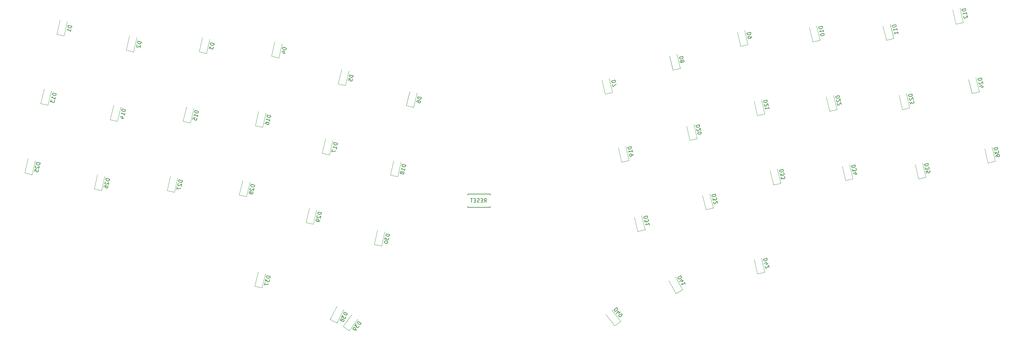
<source format=gbr>
%TF.GenerationSoftware,KiCad,Pcbnew,(6.0.8)*%
%TF.CreationDate,2023-05-09T18:28:35-05:00*%
%TF.ProjectId,Butterfly,42757474-6572-4666-9c79-2e6b69636164,1.0.0*%
%TF.SameCoordinates,Original*%
%TF.FileFunction,Legend,Bot*%
%TF.FilePolarity,Positive*%
%FSLAX46Y46*%
G04 Gerber Fmt 4.6, Leading zero omitted, Abs format (unit mm)*
G04 Created by KiCad (PCBNEW (6.0.8)) date 2023-05-09 18:28:35*
%MOMM*%
%LPD*%
G01*
G04 APERTURE LIST*
%ADD10C,0.150000*%
%ADD11C,0.120000*%
G04 APERTURE END LIST*
D10*
%TO.C,SW1*%
X182369958Y-110123404D02*
X182703292Y-109647214D01*
X182941387Y-110123404D02*
X182941387Y-109123404D01*
X182560435Y-109123404D01*
X182465197Y-109171024D01*
X182417578Y-109218643D01*
X182369958Y-109313881D01*
X182369958Y-109456738D01*
X182417578Y-109551976D01*
X182465197Y-109599595D01*
X182560435Y-109647214D01*
X182941387Y-109647214D01*
X181941387Y-109599595D02*
X181608054Y-109599595D01*
X181465197Y-110123404D02*
X181941387Y-110123404D01*
X181941387Y-109123404D01*
X181465197Y-109123404D01*
X181084244Y-110075785D02*
X180941387Y-110123404D01*
X180703292Y-110123404D01*
X180608054Y-110075785D01*
X180560435Y-110028166D01*
X180512816Y-109932928D01*
X180512816Y-109837690D01*
X180560435Y-109742452D01*
X180608054Y-109694833D01*
X180703292Y-109647214D01*
X180893768Y-109599595D01*
X180989006Y-109551976D01*
X181036625Y-109504357D01*
X181084244Y-109409119D01*
X181084244Y-109313881D01*
X181036625Y-109218643D01*
X180989006Y-109171024D01*
X180893768Y-109123404D01*
X180655673Y-109123404D01*
X180512816Y-109171024D01*
X180084244Y-109599595D02*
X179750911Y-109599595D01*
X179608054Y-110123404D02*
X180084244Y-110123404D01*
X180084244Y-109123404D01*
X179608054Y-109123404D01*
X179322339Y-109123404D02*
X178750911Y-109123404D01*
X179036625Y-110123404D02*
X179036625Y-109123404D01*
%TO.C,D4*%
X129600398Y-68884375D02*
X128626028Y-68659424D01*
X128572468Y-68891417D01*
X128586731Y-69041325D01*
X128658104Y-69155546D01*
X128740190Y-69223368D01*
X128915072Y-69312615D01*
X129054268Y-69344750D01*
X129250574Y-69341200D01*
X129354083Y-69316225D01*
X129468304Y-69244852D01*
X129546838Y-69116368D01*
X129600398Y-68884375D01*
X128629460Y-70126365D02*
X129279040Y-70276332D01*
X128311831Y-69808677D02*
X129061369Y-69737363D01*
X128922114Y-70340544D01*
%TO.C,D32*%
X244158669Y-107925046D02*
X243184299Y-108149997D01*
X243237859Y-108381990D01*
X243316393Y-108510474D01*
X243430614Y-108581847D01*
X243534123Y-108606822D01*
X243730430Y-108610373D01*
X243869625Y-108578237D01*
X244044508Y-108488990D01*
X244126593Y-108421168D01*
X244197966Y-108306947D01*
X244212229Y-108157039D01*
X244158669Y-107925046D01*
X243387826Y-109031570D02*
X243527082Y-109634752D01*
X243823287Y-109224266D01*
X243855422Y-109363462D01*
X243923245Y-109445547D01*
X243980355Y-109481234D01*
X244083864Y-109506208D01*
X244315857Y-109452648D01*
X244397943Y-109384826D01*
X244433629Y-109327715D01*
X244458604Y-109224206D01*
X244394332Y-108945815D01*
X244326510Y-108863730D01*
X244269399Y-108828043D01*
X243705574Y-109984516D02*
X243669888Y-110041627D01*
X243644913Y-110145136D01*
X243698473Y-110377129D01*
X243766295Y-110459214D01*
X243823406Y-110494901D01*
X243926915Y-110519875D01*
X244019712Y-110498451D01*
X244148196Y-110419917D01*
X244576435Y-109734591D01*
X244715691Y-110337772D01*
%TO.C,D21*%
X257899436Y-82757760D02*
X256925066Y-82982711D01*
X256978626Y-83214704D01*
X257057160Y-83343188D01*
X257171381Y-83414561D01*
X257274890Y-83439536D01*
X257471197Y-83443087D01*
X257610392Y-83410951D01*
X257785275Y-83321704D01*
X257867360Y-83253882D01*
X257938733Y-83139661D01*
X257952996Y-82989753D01*
X257899436Y-82757760D01*
X257232102Y-83889259D02*
X257196416Y-83946369D01*
X257171441Y-84049879D01*
X257225001Y-84281871D01*
X257292823Y-84363957D01*
X257349934Y-84399643D01*
X257453443Y-84424618D01*
X257546240Y-84403194D01*
X257674724Y-84324660D01*
X258102963Y-83639333D01*
X258242219Y-84242515D01*
X258456458Y-85170486D02*
X258327914Y-84613703D01*
X258392186Y-84892095D02*
X257417816Y-85117046D01*
X257535588Y-84992113D01*
X257606961Y-84877892D01*
X257631936Y-84774383D01*
%TO.C,D19*%
X221668711Y-95195426D02*
X220694341Y-95420377D01*
X220747901Y-95652370D01*
X220826435Y-95780854D01*
X220940656Y-95852227D01*
X221044165Y-95877202D01*
X221240472Y-95880753D01*
X221379667Y-95848617D01*
X221554550Y-95759370D01*
X221636635Y-95691548D01*
X221708008Y-95577327D01*
X221722271Y-95427419D01*
X221668711Y-95195426D01*
X222011494Y-96680181D02*
X221882950Y-96123398D01*
X221947222Y-96401789D02*
X220972852Y-96626740D01*
X221090624Y-96501807D01*
X221161997Y-96387586D01*
X221186972Y-96284077D01*
X222118613Y-97144166D02*
X222161461Y-97329761D01*
X222136486Y-97433270D01*
X222100800Y-97490380D01*
X221983028Y-97615313D01*
X221808146Y-97704560D01*
X221436957Y-97790255D01*
X221333448Y-97765281D01*
X221276337Y-97729594D01*
X221208515Y-97647509D01*
X221165667Y-97461915D01*
X221190642Y-97358406D01*
X221226328Y-97301295D01*
X221308414Y-97233472D01*
X221540406Y-97179913D01*
X221643916Y-97204887D01*
X221701026Y-97240574D01*
X221768849Y-97322659D01*
X221811696Y-97508253D01*
X221786722Y-97611763D01*
X221751035Y-97668873D01*
X221668950Y-97736696D01*
%TO.C,D11*%
X292344612Y-62586031D02*
X291370242Y-62810982D01*
X291423802Y-63042975D01*
X291502336Y-63171459D01*
X291616557Y-63242832D01*
X291720066Y-63267807D01*
X291916373Y-63271358D01*
X292055568Y-63239222D01*
X292230451Y-63149975D01*
X292312536Y-63082153D01*
X292383909Y-62967932D01*
X292398172Y-62818024D01*
X292344612Y-62586031D01*
X292687395Y-64070786D02*
X292558851Y-63514003D01*
X292623123Y-63792394D02*
X291648753Y-64017345D01*
X291766525Y-63892412D01*
X291837898Y-63778191D01*
X291862873Y-63674682D01*
X292901634Y-64998757D02*
X292773090Y-64441974D01*
X292837362Y-64720366D02*
X291862992Y-64945317D01*
X291980764Y-64820384D01*
X292052137Y-64706163D01*
X292077112Y-64602654D01*
%TO.C,D7*%
X217376318Y-77449878D02*
X216401948Y-77674829D01*
X216455507Y-77906822D01*
X216534042Y-78035306D01*
X216648263Y-78106679D01*
X216751772Y-78131654D01*
X216948078Y-78135204D01*
X217087274Y-78103069D01*
X217262156Y-78013822D01*
X217344241Y-77946000D01*
X217415615Y-77831779D01*
X217429877Y-77681871D01*
X217376318Y-77449878D01*
X216605475Y-78556402D02*
X216755442Y-79205982D01*
X217633405Y-78563444D01*
%TO.C,D30*%
X157189053Y-118754962D02*
X156214683Y-118530011D01*
X156161123Y-118762004D01*
X156175386Y-118911912D01*
X156246759Y-119026133D01*
X156328844Y-119093955D01*
X156503726Y-119183202D01*
X156642922Y-119215338D01*
X156839228Y-119211787D01*
X156942738Y-119186812D01*
X157056959Y-119115439D01*
X157135493Y-118986955D01*
X157189053Y-118754962D01*
X156011156Y-119411584D02*
X155871900Y-120014766D01*
X156318072Y-119775671D01*
X156285937Y-119914867D01*
X156310911Y-120018376D01*
X156346598Y-120075487D01*
X156428683Y-120143309D01*
X156660676Y-120196869D01*
X156764185Y-120171894D01*
X156821296Y-120136208D01*
X156889118Y-120054123D01*
X156953390Y-119775731D01*
X156928415Y-119672222D01*
X156892729Y-119615111D01*
X155732645Y-120617947D02*
X155711221Y-120710744D01*
X155736196Y-120814253D01*
X155771882Y-120871364D01*
X155853967Y-120939186D01*
X156028850Y-121028433D01*
X156260843Y-121081993D01*
X156457149Y-121078442D01*
X156560658Y-121053467D01*
X156617768Y-121017781D01*
X156685591Y-120935695D01*
X156707015Y-120842898D01*
X156682040Y-120739389D01*
X156646354Y-120682279D01*
X156564268Y-120614456D01*
X156389386Y-120525210D01*
X156157393Y-120471650D01*
X155961087Y-120475201D01*
X155857578Y-120500175D01*
X155800467Y-120535862D01*
X155732645Y-120617947D01*
%TO.C,D23*%
X296629930Y-81147781D02*
X295655560Y-81372732D01*
X295709120Y-81604725D01*
X295787654Y-81733209D01*
X295901875Y-81804582D01*
X296005384Y-81829557D01*
X296201691Y-81833108D01*
X296340886Y-81800972D01*
X296515769Y-81711725D01*
X296597854Y-81643903D01*
X296669227Y-81529682D01*
X296683490Y-81379774D01*
X296629930Y-81147781D01*
X295962596Y-82279280D02*
X295926910Y-82336390D01*
X295901935Y-82439900D01*
X295955495Y-82671892D01*
X296023317Y-82753978D01*
X296080428Y-82789664D01*
X296183937Y-82814639D01*
X296276734Y-82793215D01*
X296405218Y-82714681D01*
X296833457Y-82029354D01*
X296972713Y-82632536D01*
X296073326Y-83182277D02*
X296212582Y-83785458D01*
X296508787Y-83374973D01*
X296540922Y-83514168D01*
X296608745Y-83596253D01*
X296665855Y-83631940D01*
X296769365Y-83656915D01*
X297001357Y-83603355D01*
X297083443Y-83535532D01*
X297119129Y-83478422D01*
X297144104Y-83374913D01*
X297079832Y-83096521D01*
X297012010Y-83014436D01*
X296954899Y-82978750D01*
%TO.C,D5*%
X147447927Y-76263318D02*
X146473557Y-76038367D01*
X146419997Y-76270360D01*
X146434260Y-76420268D01*
X146505633Y-76534489D01*
X146587719Y-76602311D01*
X146762601Y-76691558D01*
X146901797Y-76723693D01*
X147098103Y-76720143D01*
X147201612Y-76695168D01*
X147315833Y-76623795D01*
X147394367Y-76495311D01*
X147447927Y-76263318D01*
X146141487Y-77476723D02*
X146248606Y-77012737D01*
X146723304Y-77073458D01*
X146666193Y-77109145D01*
X146598371Y-77191230D01*
X146544811Y-77423223D01*
X146569786Y-77526732D01*
X146605472Y-77583842D01*
X146687558Y-77651665D01*
X146919550Y-77705225D01*
X147023060Y-77680250D01*
X147080170Y-77644563D01*
X147147993Y-77562478D01*
X147201552Y-77330485D01*
X147176578Y-77226976D01*
X147140891Y-77169866D01*
%TO.C,D24*%
X315191679Y-76862463D02*
X314217309Y-77087414D01*
X314270869Y-77319407D01*
X314349403Y-77447891D01*
X314463624Y-77519264D01*
X314567133Y-77544239D01*
X314763440Y-77547790D01*
X314902635Y-77515654D01*
X315077518Y-77426407D01*
X315159603Y-77358585D01*
X315230976Y-77244364D01*
X315245239Y-77094456D01*
X315191679Y-76862463D01*
X314524345Y-77993962D02*
X314488659Y-78051072D01*
X314463684Y-78154582D01*
X314517244Y-78386574D01*
X314585066Y-78468660D01*
X314642177Y-78504346D01*
X314745686Y-78529321D01*
X314838483Y-78507897D01*
X314966967Y-78429363D01*
X315395206Y-77744036D01*
X315534462Y-78347218D01*
X315077697Y-79332359D02*
X315727277Y-79182392D01*
X314652948Y-79186062D02*
X315295367Y-78793390D01*
X315434623Y-79396571D01*
%TO.C,D36*%
X319476997Y-95424213D02*
X318502627Y-95649164D01*
X318556187Y-95881157D01*
X318634721Y-96009641D01*
X318748942Y-96081014D01*
X318852451Y-96105989D01*
X319048758Y-96109540D01*
X319187953Y-96077404D01*
X319362836Y-95988157D01*
X319444921Y-95920335D01*
X319516294Y-95806114D01*
X319530557Y-95656206D01*
X319476997Y-95424213D01*
X318706154Y-96530737D02*
X318845410Y-97133919D01*
X319141615Y-96723433D01*
X319173750Y-96862629D01*
X319241573Y-96944714D01*
X319298683Y-96980401D01*
X319402192Y-97005375D01*
X319634185Y-96951815D01*
X319716271Y-96883993D01*
X319751957Y-96826882D01*
X319776932Y-96723373D01*
X319712660Y-96444982D01*
X319644838Y-96362897D01*
X319587727Y-96327210D01*
X319038225Y-97969093D02*
X318995377Y-97783499D01*
X319020352Y-97679990D01*
X319056038Y-97622879D01*
X319173810Y-97497946D01*
X319348692Y-97408700D01*
X319719881Y-97323004D01*
X319823390Y-97347979D01*
X319880501Y-97383665D01*
X319948323Y-97465751D01*
X319991171Y-97651345D01*
X319966196Y-97754854D01*
X319930510Y-97811964D01*
X319848424Y-97879787D01*
X319616432Y-97933347D01*
X319512922Y-97908372D01*
X319455812Y-97872685D01*
X319387989Y-97790600D01*
X319345142Y-97605006D01*
X319370116Y-97501497D01*
X319405803Y-97444386D01*
X319487888Y-97376564D01*
%TO.C,D40*%
X217826164Y-138310957D02*
X217038153Y-138926618D01*
X217184739Y-139114240D01*
X217310215Y-139197496D01*
X217443898Y-139213910D01*
X217548264Y-139192800D01*
X217727678Y-139113055D01*
X217840251Y-139025104D01*
X217961031Y-138870310D01*
X218006763Y-138774152D01*
X218023177Y-138640469D01*
X217972750Y-138498578D01*
X217826164Y-138310957D01*
X218180340Y-139847127D02*
X218705680Y-139436686D01*
X217733559Y-139894044D02*
X218149838Y-139266664D01*
X218530961Y-139754480D01*
X218357427Y-140615213D02*
X218416062Y-140690261D01*
X218512221Y-140735993D01*
X218579062Y-140744200D01*
X218683428Y-140723090D01*
X218862843Y-140643345D01*
X219050464Y-140496759D01*
X219171244Y-140341966D01*
X219216976Y-140245807D01*
X219225183Y-140178966D01*
X219204073Y-140074600D01*
X219145438Y-139999551D01*
X219049279Y-139953820D01*
X218982438Y-139945613D01*
X218878072Y-139966723D01*
X218698658Y-140046467D01*
X218511036Y-140193053D01*
X218390256Y-140347847D01*
X218344524Y-140444005D01*
X218336317Y-140510847D01*
X218357427Y-140615213D01*
%TO.C,D38*%
X145918857Y-139901816D02*
X145027851Y-139447825D01*
X144919758Y-139659970D01*
X144897331Y-139808875D01*
X144938951Y-139936970D01*
X145002190Y-140022636D01*
X145150287Y-140151539D01*
X145277574Y-140216395D01*
X145468908Y-140260440D01*
X145575384Y-140261249D01*
X145703479Y-140219628D01*
X145810764Y-140113960D01*
X145918857Y-139901816D01*
X144617097Y-140253974D02*
X144336055Y-140805549D01*
X144826817Y-140681496D01*
X144761961Y-140808783D01*
X144761153Y-140915259D01*
X144781963Y-140979306D01*
X144845202Y-141064973D01*
X145057346Y-141173066D01*
X145163823Y-141173874D01*
X145227870Y-141153064D01*
X145313536Y-141089824D01*
X145443248Y-140835251D01*
X145444056Y-140728775D01*
X145423246Y-140664727D01*
X144458492Y-141509263D02*
X144459301Y-141402787D01*
X144438490Y-141338739D01*
X144375251Y-141253073D01*
X144332822Y-141231455D01*
X144226346Y-141230647D01*
X144162298Y-141251457D01*
X144076632Y-141314696D01*
X143990158Y-141484412D01*
X143989350Y-141590888D01*
X144010160Y-141654935D01*
X144073399Y-141740601D01*
X144115828Y-141762220D01*
X144222304Y-141763028D01*
X144286352Y-141742218D01*
X144372018Y-141678979D01*
X144458492Y-141509263D01*
X144544158Y-141446024D01*
X144608206Y-141425214D01*
X144714682Y-141426022D01*
X144884398Y-141512497D01*
X144947637Y-141598163D01*
X144968447Y-141662210D01*
X144967639Y-141768686D01*
X144881164Y-141938402D01*
X144795498Y-142001641D01*
X144731451Y-142022451D01*
X144624975Y-142021643D01*
X144455259Y-141935169D01*
X144392020Y-141849503D01*
X144371210Y-141785455D01*
X144372018Y-141678979D01*
%TO.C,D12*%
X310906362Y-58300714D02*
X309931992Y-58525665D01*
X309985552Y-58757658D01*
X310064086Y-58886142D01*
X310178307Y-58957515D01*
X310281816Y-58982490D01*
X310478123Y-58986041D01*
X310617318Y-58953905D01*
X310792201Y-58864658D01*
X310874286Y-58796836D01*
X310945659Y-58682615D01*
X310959922Y-58532707D01*
X310906362Y-58300714D01*
X311249145Y-59785469D02*
X311120601Y-59228686D01*
X311184873Y-59507077D02*
X310210503Y-59732028D01*
X310328275Y-59607095D01*
X310399648Y-59492874D01*
X310424623Y-59389365D01*
X310453267Y-60360184D02*
X310417581Y-60417295D01*
X310392606Y-60520804D01*
X310446166Y-60752797D01*
X310513988Y-60834882D01*
X310571099Y-60870569D01*
X310674608Y-60895543D01*
X310767405Y-60874119D01*
X310895889Y-60795585D01*
X311324128Y-60110259D01*
X311463384Y-60713440D01*
%TO.C,D27*%
X101860914Y-104352196D02*
X100886544Y-104127245D01*
X100832984Y-104359238D01*
X100847247Y-104509146D01*
X100918620Y-104623367D01*
X101000705Y-104691189D01*
X101175587Y-104780436D01*
X101314783Y-104812572D01*
X101511089Y-104809021D01*
X101614599Y-104784046D01*
X101728820Y-104712673D01*
X101807354Y-104584189D01*
X101860914Y-104352196D01*
X100765102Y-105076641D02*
X100707991Y-105112327D01*
X100640169Y-105194413D01*
X100586609Y-105426405D01*
X100611584Y-105529915D01*
X100647270Y-105587025D01*
X100729355Y-105654848D01*
X100822153Y-105676271D01*
X100972060Y-105662009D01*
X101657387Y-105233769D01*
X101518131Y-105836951D01*
X100468778Y-105936790D02*
X100318810Y-106586370D01*
X101389588Y-106393734D01*
%TO.C,D16*%
X125422200Y-86982138D02*
X124447830Y-86757187D01*
X124394270Y-86989180D01*
X124408533Y-87139088D01*
X124479906Y-87253309D01*
X124561991Y-87321131D01*
X124736873Y-87410378D01*
X124876069Y-87442514D01*
X125072375Y-87438963D01*
X125175885Y-87413988D01*
X125290106Y-87342615D01*
X125368640Y-87214131D01*
X125422200Y-86982138D01*
X125079417Y-88466893D02*
X125207961Y-87910110D01*
X125143689Y-88188501D02*
X124169319Y-87963550D01*
X124329939Y-87902889D01*
X124444160Y-87831516D01*
X124511982Y-87749431D01*
X123912232Y-89077116D02*
X123955080Y-88891522D01*
X124022902Y-88809437D01*
X124080013Y-88773750D01*
X124240632Y-88713089D01*
X124436939Y-88709538D01*
X124808127Y-88795234D01*
X124890213Y-88863056D01*
X124925899Y-88920167D01*
X124950874Y-89023676D01*
X124908026Y-89209270D01*
X124840203Y-89291355D01*
X124783093Y-89327042D01*
X124679584Y-89352016D01*
X124447591Y-89298457D01*
X124365506Y-89230634D01*
X124329819Y-89173524D01*
X124304845Y-89070015D01*
X124347692Y-88884420D01*
X124415515Y-88802335D01*
X124472625Y-88766648D01*
X124576134Y-88741674D01*
%TO.C,D29*%
X138984413Y-112922830D02*
X138010043Y-112697879D01*
X137956483Y-112929872D01*
X137970746Y-113079780D01*
X138042119Y-113194001D01*
X138124204Y-113261823D01*
X138299086Y-113351070D01*
X138438282Y-113383206D01*
X138634588Y-113379655D01*
X138738098Y-113354680D01*
X138852319Y-113283307D01*
X138930853Y-113154823D01*
X138984413Y-112922830D01*
X137888601Y-113647275D02*
X137831490Y-113682961D01*
X137763668Y-113765047D01*
X137710108Y-113997039D01*
X137735083Y-114100549D01*
X137770769Y-114157659D01*
X137852854Y-114225482D01*
X137945652Y-114246905D01*
X138095559Y-114232643D01*
X138780886Y-113804403D01*
X138641630Y-114407585D01*
X138534511Y-114871571D02*
X138491663Y-115057165D01*
X138423840Y-115139250D01*
X138366730Y-115174937D01*
X138206110Y-115235598D01*
X138009804Y-115239149D01*
X137638615Y-115153453D01*
X137556530Y-115085631D01*
X137520844Y-115028520D01*
X137495869Y-114925011D01*
X137538717Y-114739417D01*
X137606539Y-114657331D01*
X137663650Y-114621645D01*
X137767159Y-114596670D01*
X137999152Y-114650230D01*
X138081237Y-114718052D01*
X138116924Y-114775163D01*
X138141898Y-114878672D01*
X138099050Y-115064266D01*
X138031228Y-115146352D01*
X137974117Y-115182038D01*
X137870608Y-115207013D01*
%TO.C,D37*%
X125281844Y-129932634D02*
X124307474Y-129707683D01*
X124253914Y-129939676D01*
X124268177Y-130089584D01*
X124339550Y-130203805D01*
X124421635Y-130271627D01*
X124596517Y-130360874D01*
X124735713Y-130393010D01*
X124932019Y-130389459D01*
X125035529Y-130364484D01*
X125149750Y-130293111D01*
X125228284Y-130164627D01*
X125281844Y-129932634D01*
X124103947Y-130589256D02*
X123964691Y-131192438D01*
X124410863Y-130953343D01*
X124378728Y-131092539D01*
X124403702Y-131196048D01*
X124439389Y-131253159D01*
X124521474Y-131320981D01*
X124753467Y-131374541D01*
X124856976Y-131349566D01*
X124914087Y-131313880D01*
X124981909Y-131231795D01*
X125046181Y-130953403D01*
X125021206Y-130849894D01*
X124985520Y-130792783D01*
X123889708Y-131517228D02*
X123739740Y-132166808D01*
X124810518Y-131974172D01*
%TO.C,D22*%
X277175405Y-81566067D02*
X276201035Y-81791018D01*
X276254595Y-82023011D01*
X276333129Y-82151495D01*
X276447350Y-82222868D01*
X276550859Y-82247843D01*
X276747166Y-82251394D01*
X276886361Y-82219258D01*
X277061244Y-82130011D01*
X277143329Y-82062189D01*
X277214702Y-81947968D01*
X277228965Y-81798060D01*
X277175405Y-81566067D01*
X276508071Y-82697566D02*
X276472385Y-82754676D01*
X276447410Y-82858186D01*
X276500970Y-83090178D01*
X276568792Y-83172264D01*
X276625903Y-83207950D01*
X276729412Y-83232925D01*
X276822209Y-83211501D01*
X276950693Y-83132967D01*
X277378932Y-82447640D01*
X277518188Y-83050822D01*
X276722310Y-83625537D02*
X276686624Y-83682648D01*
X276661649Y-83786157D01*
X276715209Y-84018150D01*
X276783031Y-84100235D01*
X276840142Y-84135922D01*
X276943651Y-84160896D01*
X277036448Y-84139472D01*
X277164932Y-84060938D01*
X277593171Y-83375612D01*
X277732427Y-83978793D01*
%TO.C,D8*%
X235452398Y-71060896D02*
X234478028Y-71285847D01*
X234531587Y-71517840D01*
X234610122Y-71646324D01*
X234724343Y-71717697D01*
X234827852Y-71742672D01*
X235024158Y-71746222D01*
X235163354Y-71714087D01*
X235338236Y-71624840D01*
X235420321Y-71557018D01*
X235491695Y-71442797D01*
X235505957Y-71292889D01*
X235452398Y-71060896D01*
X235152702Y-72303005D02*
X235084879Y-72220920D01*
X235027769Y-72185233D01*
X234924260Y-72160259D01*
X234877861Y-72170971D01*
X234795776Y-72238793D01*
X234760089Y-72295904D01*
X234735115Y-72399413D01*
X234777962Y-72585007D01*
X234845785Y-72667092D01*
X234902895Y-72702779D01*
X235006404Y-72727754D01*
X235052803Y-72717042D01*
X235134888Y-72649219D01*
X235170575Y-72592109D01*
X235195550Y-72488600D01*
X235152702Y-72303005D01*
X235177676Y-72199496D01*
X235213363Y-72142386D01*
X235295448Y-72074563D01*
X235481042Y-72031715D01*
X235584552Y-72056690D01*
X235641662Y-72092377D01*
X235709485Y-72174462D01*
X235752332Y-72360056D01*
X235727358Y-72463565D01*
X235691671Y-72520676D01*
X235609586Y-72588498D01*
X235423992Y-72631346D01*
X235320483Y-72606371D01*
X235263372Y-72570685D01*
X235195550Y-72488600D01*
%TO.C,D41*%
X234914466Y-129779489D02*
X234039847Y-130264298D01*
X234155278Y-130472541D01*
X234266185Y-130574401D01*
X234395654Y-130611525D01*
X234502037Y-130607002D01*
X234691718Y-130556305D01*
X234816663Y-130487047D01*
X234960172Y-130353054D01*
X235020382Y-130265233D01*
X235057507Y-130135763D01*
X235029897Y-129987731D01*
X234914466Y-129779489D01*
X235023972Y-131352152D02*
X235607052Y-131028945D01*
X234575352Y-131328598D02*
X235084650Y-130774063D01*
X235384770Y-131315494D01*
X236114947Y-131945214D02*
X235837913Y-131445431D01*
X235976430Y-131695322D02*
X235101811Y-132180132D01*
X235180584Y-132027576D01*
X235217709Y-131898107D01*
X235213185Y-131791724D01*
%TO.C,D6*%
X165652568Y-82095448D02*
X164678198Y-81870497D01*
X164624638Y-82102490D01*
X164638901Y-82252398D01*
X164710274Y-82366619D01*
X164792360Y-82434441D01*
X164967242Y-82523688D01*
X165106438Y-82555823D01*
X165302744Y-82552273D01*
X165406253Y-82527298D01*
X165520474Y-82455925D01*
X165599008Y-82327441D01*
X165652568Y-82095448D01*
X164356840Y-83262454D02*
X164399687Y-83076860D01*
X164467510Y-82994775D01*
X164524620Y-82959088D01*
X164685240Y-82898427D01*
X164881546Y-82894876D01*
X165252735Y-82980572D01*
X165334820Y-83048394D01*
X165370507Y-83105505D01*
X165395481Y-83209014D01*
X165352634Y-83394608D01*
X165284811Y-83476693D01*
X165227701Y-83512380D01*
X165124191Y-83537355D01*
X164892199Y-83483795D01*
X164810113Y-83415972D01*
X164774427Y-83358862D01*
X164749452Y-83255353D01*
X164792300Y-83069759D01*
X164860122Y-82987673D01*
X164917233Y-82951987D01*
X165020742Y-82927012D01*
%TO.C,D34*%
X281460723Y-100127817D02*
X280486353Y-100352768D01*
X280539913Y-100584761D01*
X280618447Y-100713245D01*
X280732668Y-100784618D01*
X280836177Y-100809593D01*
X281032484Y-100813144D01*
X281171679Y-100781008D01*
X281346562Y-100691761D01*
X281428647Y-100623939D01*
X281500020Y-100509718D01*
X281514283Y-100359810D01*
X281460723Y-100127817D01*
X280689880Y-101234341D02*
X280829136Y-101837523D01*
X281125341Y-101427037D01*
X281157476Y-101566233D01*
X281225299Y-101648318D01*
X281282409Y-101684005D01*
X281385918Y-101708979D01*
X281617911Y-101655419D01*
X281699997Y-101587597D01*
X281735683Y-101530486D01*
X281760658Y-101426977D01*
X281696386Y-101148586D01*
X281628564Y-101066501D01*
X281571453Y-101030814D01*
X281346741Y-102597713D02*
X281996321Y-102447746D01*
X280921992Y-102451416D02*
X281564411Y-102058744D01*
X281703667Y-102661925D01*
%TO.C,D3*%
X110324429Y-67692683D02*
X109350059Y-67467732D01*
X109296499Y-67699725D01*
X109310762Y-67849633D01*
X109382135Y-67963854D01*
X109464221Y-68031676D01*
X109639103Y-68120923D01*
X109778299Y-68153058D01*
X109974605Y-68149508D01*
X110078114Y-68124533D01*
X110192335Y-68053160D01*
X110270869Y-67924676D01*
X110324429Y-67692683D01*
X109146532Y-68349305D02*
X109007277Y-68952486D01*
X109453449Y-68713392D01*
X109421313Y-68852588D01*
X109446288Y-68956097D01*
X109481974Y-69013207D01*
X109564060Y-69081030D01*
X109796052Y-69134590D01*
X109899562Y-69109615D01*
X109956672Y-69073928D01*
X110024495Y-68991843D01*
X110088766Y-68713452D01*
X110063792Y-68609943D01*
X110028105Y-68552832D01*
%TO.C,D35*%
X300915247Y-99709531D02*
X299940877Y-99934482D01*
X299994437Y-100166475D01*
X300072971Y-100294959D01*
X300187192Y-100366332D01*
X300290701Y-100391307D01*
X300487008Y-100394858D01*
X300626203Y-100362722D01*
X300801086Y-100273475D01*
X300883171Y-100205653D01*
X300954544Y-100091432D01*
X300968807Y-99941524D01*
X300915247Y-99709531D01*
X300144404Y-100816055D02*
X300283660Y-101419237D01*
X300579865Y-101008751D01*
X300612000Y-101147947D01*
X300679823Y-101230032D01*
X300736933Y-101265719D01*
X300840442Y-101290693D01*
X301072435Y-101237133D01*
X301154521Y-101169311D01*
X301190207Y-101112200D01*
X301215182Y-101008691D01*
X301150910Y-100730300D01*
X301083088Y-100648215D01*
X301025977Y-100612528D01*
X300487187Y-102300810D02*
X300380067Y-101836824D01*
X300833341Y-101683306D01*
X300797654Y-101740416D01*
X300772680Y-101843925D01*
X300826239Y-102075918D01*
X300894062Y-102158003D01*
X300951172Y-102193690D01*
X301054682Y-102218665D01*
X301286674Y-102165105D01*
X301368760Y-102097282D01*
X301404446Y-102040172D01*
X301429421Y-101936663D01*
X301375861Y-101704670D01*
X301308039Y-101622585D01*
X301250928Y-101586898D01*
%TO.C,D42*%
X257903416Y-125117543D02*
X256929046Y-125342494D01*
X256982606Y-125574487D01*
X257061140Y-125702971D01*
X257175361Y-125774344D01*
X257278870Y-125799319D01*
X257475177Y-125802870D01*
X257614372Y-125770734D01*
X257789255Y-125681487D01*
X257871340Y-125613665D01*
X257942713Y-125499444D01*
X257956976Y-125349536D01*
X257903416Y-125117543D01*
X257575195Y-126659468D02*
X258224775Y-126509501D01*
X257150446Y-126513171D02*
X257792865Y-126120498D01*
X257932121Y-126723680D01*
X257450321Y-127177013D02*
X257414635Y-127234124D01*
X257389660Y-127337633D01*
X257443220Y-127569626D01*
X257511042Y-127651711D01*
X257568153Y-127687398D01*
X257671662Y-127712372D01*
X257764459Y-127690948D01*
X257892943Y-127612414D01*
X258321182Y-126927088D01*
X258460438Y-127530269D01*
%TO.C,D18*%
X161474370Y-100193212D02*
X160500000Y-99968261D01*
X160446440Y-100200254D01*
X160460703Y-100350162D01*
X160532076Y-100464383D01*
X160614161Y-100532205D01*
X160789043Y-100621452D01*
X160928239Y-100653588D01*
X161124545Y-100650037D01*
X161228055Y-100625062D01*
X161342276Y-100553689D01*
X161420810Y-100425205D01*
X161474370Y-100193212D01*
X161131587Y-101677967D02*
X161260131Y-101121184D01*
X161195859Y-101399575D02*
X160221489Y-101174624D01*
X160382109Y-101113963D01*
X160496330Y-101042590D01*
X160564152Y-100960505D01*
X160446261Y-102106206D02*
X160421286Y-102002697D01*
X160385600Y-101945587D01*
X160303514Y-101877764D01*
X160257116Y-101867052D01*
X160153607Y-101892027D01*
X160096496Y-101927713D01*
X160028674Y-102009799D01*
X159985826Y-102195393D01*
X160010801Y-102298902D01*
X160046487Y-102356013D01*
X160128572Y-102423835D01*
X160174971Y-102434547D01*
X160278480Y-102409572D01*
X160335591Y-102373886D01*
X160403413Y-102291801D01*
X160446261Y-102106206D01*
X160514083Y-102024121D01*
X160571194Y-101988434D01*
X160674703Y-101963460D01*
X160860297Y-102006308D01*
X160942383Y-102074130D01*
X160978069Y-102131241D01*
X161003044Y-102234750D01*
X160960196Y-102420344D01*
X160892373Y-102502429D01*
X160835263Y-102538116D01*
X160731754Y-102563090D01*
X160546160Y-102520243D01*
X160464074Y-102452420D01*
X160428388Y-102395310D01*
X160403413Y-102291801D01*
%TO.C,D13*%
X68129956Y-81086842D02*
X67155586Y-80861891D01*
X67102026Y-81093884D01*
X67116289Y-81243792D01*
X67187662Y-81358013D01*
X67269747Y-81425835D01*
X67444629Y-81515082D01*
X67583825Y-81547218D01*
X67780131Y-81543667D01*
X67883641Y-81518692D01*
X67997862Y-81447319D01*
X68076396Y-81318835D01*
X68129956Y-81086842D01*
X67787173Y-82571597D02*
X67915717Y-82014814D01*
X67851445Y-82293205D02*
X66877075Y-82068254D01*
X67037695Y-82007593D01*
X67151916Y-81936220D01*
X67219738Y-81854135D01*
X66737820Y-82671436D02*
X66598564Y-83274617D01*
X67044736Y-83035523D01*
X67012601Y-83174719D01*
X67037575Y-83278228D01*
X67073262Y-83335338D01*
X67155347Y-83403161D01*
X67387340Y-83456720D01*
X67490849Y-83431746D01*
X67547959Y-83396059D01*
X67615782Y-83313974D01*
X67680054Y-83035583D01*
X67655079Y-82932073D01*
X67619392Y-82874963D01*
%TO.C,D31*%
X225954029Y-113757176D02*
X224979659Y-113982127D01*
X225033219Y-114214120D01*
X225111753Y-114342604D01*
X225225974Y-114413977D01*
X225329483Y-114438952D01*
X225525790Y-114442503D01*
X225664985Y-114410367D01*
X225839868Y-114321120D01*
X225921953Y-114253298D01*
X225993326Y-114139077D01*
X226007589Y-113989169D01*
X225954029Y-113757176D01*
X225183186Y-114863700D02*
X225322442Y-115466882D01*
X225618647Y-115056396D01*
X225650782Y-115195592D01*
X225718605Y-115277677D01*
X225775715Y-115313364D01*
X225879224Y-115338338D01*
X226111217Y-115284778D01*
X226193303Y-115216956D01*
X226228989Y-115159845D01*
X226253964Y-115056336D01*
X226189692Y-114777945D01*
X226121870Y-114695860D01*
X226064759Y-114660173D01*
X226511051Y-116169902D02*
X226382507Y-115613119D01*
X226446779Y-115891511D02*
X225472409Y-116116462D01*
X225590181Y-115991529D01*
X225661554Y-115877308D01*
X225686529Y-115773799D01*
%TO.C,D25*%
X63844640Y-99648592D02*
X62870270Y-99423641D01*
X62816710Y-99655634D01*
X62830973Y-99805542D01*
X62902346Y-99919763D01*
X62984431Y-99987585D01*
X63159313Y-100076832D01*
X63298509Y-100108968D01*
X63494815Y-100105417D01*
X63598325Y-100080442D01*
X63712546Y-100009069D01*
X63791080Y-99880585D01*
X63844640Y-99648592D01*
X62748828Y-100373037D02*
X62691717Y-100408723D01*
X62623895Y-100490809D01*
X62570335Y-100722801D01*
X62595310Y-100826311D01*
X62630996Y-100883421D01*
X62713081Y-100951244D01*
X62805879Y-100972667D01*
X62955786Y-100958405D01*
X63641113Y-100530165D01*
X63501857Y-101133347D01*
X62323960Y-101789969D02*
X62431080Y-101325983D01*
X62905777Y-101386704D01*
X62848667Y-101422391D01*
X62780844Y-101504476D01*
X62727285Y-101736469D01*
X62752259Y-101839978D01*
X62787946Y-101897088D01*
X62870031Y-101964911D01*
X63102024Y-102018470D01*
X63205533Y-101993496D01*
X63262643Y-101957809D01*
X63330466Y-101875724D01*
X63384026Y-101643731D01*
X63359051Y-101540222D01*
X63323364Y-101483111D01*
%TO.C,D15*%
X106146230Y-85790446D02*
X105171860Y-85565495D01*
X105118300Y-85797488D01*
X105132563Y-85947396D01*
X105203936Y-86061617D01*
X105286021Y-86129439D01*
X105460903Y-86218686D01*
X105600099Y-86250822D01*
X105796405Y-86247271D01*
X105899915Y-86222296D01*
X106014136Y-86150923D01*
X106092670Y-86022439D01*
X106146230Y-85790446D01*
X105803447Y-87275201D02*
X105931991Y-86718418D01*
X105867719Y-86996809D02*
X104893349Y-86771858D01*
X105053969Y-86711197D01*
X105168190Y-86639824D01*
X105236012Y-86557739D01*
X104625550Y-87931823D02*
X104732670Y-87467837D01*
X105207367Y-87528558D01*
X105150257Y-87564245D01*
X105082434Y-87646330D01*
X105028875Y-87878323D01*
X105053849Y-87981832D01*
X105089536Y-88038942D01*
X105171621Y-88106765D01*
X105403614Y-88160324D01*
X105507123Y-88135350D01*
X105564233Y-88099663D01*
X105632056Y-88017578D01*
X105685616Y-87785585D01*
X105660641Y-87682076D01*
X105624954Y-87624965D01*
%TO.C,D2*%
X90869904Y-67274396D02*
X89895534Y-67049445D01*
X89841974Y-67281438D01*
X89856237Y-67431346D01*
X89927610Y-67545567D01*
X90009696Y-67613389D01*
X90184578Y-67702636D01*
X90323774Y-67734771D01*
X90520080Y-67731221D01*
X90623589Y-67706246D01*
X90737810Y-67634873D01*
X90816344Y-67506389D01*
X90869904Y-67274396D01*
X89774092Y-67998841D02*
X89716982Y-68034527D01*
X89649159Y-68116612D01*
X89595599Y-68348605D01*
X89620574Y-68452114D01*
X89656261Y-68509225D01*
X89738346Y-68577047D01*
X89831143Y-68598471D01*
X89981051Y-68584209D01*
X90666377Y-68155969D01*
X90527122Y-68759151D01*
%TO.C,D17*%
X143269731Y-94361082D02*
X142295361Y-94136131D01*
X142241801Y-94368124D01*
X142256064Y-94518032D01*
X142327437Y-94632253D01*
X142409522Y-94700075D01*
X142584404Y-94789322D01*
X142723600Y-94821458D01*
X142919906Y-94817907D01*
X143023416Y-94792932D01*
X143137637Y-94721559D01*
X143216171Y-94593075D01*
X143269731Y-94361082D01*
X142926948Y-95845837D02*
X143055492Y-95289054D01*
X142991220Y-95567445D02*
X142016850Y-95342494D01*
X142177470Y-95281833D01*
X142291691Y-95210460D01*
X142359513Y-95128375D01*
X141877595Y-95945676D02*
X141727627Y-96595256D01*
X142798405Y-96402620D01*
%TO.C,D9*%
X253528479Y-64671913D02*
X252554109Y-64896864D01*
X252607668Y-65128857D01*
X252686203Y-65257341D01*
X252800424Y-65328714D01*
X252903933Y-65353689D01*
X253100239Y-65357239D01*
X253239435Y-65325104D01*
X253414317Y-65235857D01*
X253496402Y-65168035D01*
X253567776Y-65053814D01*
X253582038Y-64903906D01*
X253528479Y-64671913D01*
X253764142Y-65692682D02*
X253806989Y-65878276D01*
X253782015Y-65981785D01*
X253746328Y-66038896D01*
X253628556Y-66163829D01*
X253453674Y-66253075D01*
X253082485Y-66338771D01*
X252978976Y-66313796D01*
X252921866Y-66278109D01*
X252854043Y-66196024D01*
X252811196Y-66010430D01*
X252836170Y-65906921D01*
X252871857Y-65849810D01*
X252953942Y-65781988D01*
X253185935Y-65728428D01*
X253289444Y-65753403D01*
X253346554Y-65789089D01*
X253414377Y-65871174D01*
X253457225Y-66056769D01*
X253432250Y-66160278D01*
X253396564Y-66217388D01*
X253314478Y-66285211D01*
%TO.C,D20*%
X239873351Y-89363296D02*
X238898981Y-89588247D01*
X238952541Y-89820240D01*
X239031075Y-89948724D01*
X239145296Y-90020097D01*
X239248805Y-90045072D01*
X239445112Y-90048623D01*
X239584307Y-90016487D01*
X239759190Y-89927240D01*
X239841275Y-89859418D01*
X239912648Y-89745197D01*
X239926911Y-89595289D01*
X239873351Y-89363296D01*
X239206017Y-90494795D02*
X239170331Y-90551905D01*
X239145356Y-90655415D01*
X239198916Y-90887407D01*
X239266738Y-90969493D01*
X239323849Y-91005179D01*
X239427358Y-91030154D01*
X239520155Y-91008730D01*
X239648639Y-90930196D01*
X240076878Y-90244869D01*
X240216134Y-90848051D01*
X239381019Y-91676183D02*
X239402443Y-91768980D01*
X239470265Y-91851066D01*
X239527376Y-91886752D01*
X239630885Y-91911727D01*
X239827191Y-91915278D01*
X240059184Y-91861718D01*
X240234067Y-91772471D01*
X240316152Y-91704649D01*
X240351838Y-91647538D01*
X240376813Y-91544029D01*
X240355389Y-91451232D01*
X240287567Y-91369147D01*
X240230456Y-91333460D01*
X240126947Y-91308486D01*
X239930641Y-91304935D01*
X239698648Y-91358495D01*
X239523765Y-91447741D01*
X239441680Y-91515564D01*
X239405994Y-91572674D01*
X239381019Y-91676183D01*
%TO.C,D28*%
X121136883Y-105543889D02*
X120162513Y-105318938D01*
X120108953Y-105550931D01*
X120123216Y-105700839D01*
X120194589Y-105815060D01*
X120276674Y-105882882D01*
X120451556Y-105972129D01*
X120590752Y-106004265D01*
X120787058Y-106000714D01*
X120890568Y-105975739D01*
X121004789Y-105904366D01*
X121083323Y-105775882D01*
X121136883Y-105543889D01*
X120041071Y-106268334D02*
X119983960Y-106304020D01*
X119916138Y-106386106D01*
X119862578Y-106618098D01*
X119887553Y-106721608D01*
X119923239Y-106778718D01*
X120005324Y-106846541D01*
X120098122Y-106867964D01*
X120248029Y-106853702D01*
X120933356Y-106425462D01*
X120794100Y-107028644D01*
X120108774Y-107456883D02*
X120083799Y-107353374D01*
X120048113Y-107296264D01*
X119966027Y-107228441D01*
X119919629Y-107217729D01*
X119816120Y-107242704D01*
X119759009Y-107278390D01*
X119691187Y-107360476D01*
X119648339Y-107546070D01*
X119673314Y-107649579D01*
X119709000Y-107706690D01*
X119791085Y-107774512D01*
X119837484Y-107785224D01*
X119940993Y-107760249D01*
X119998104Y-107724563D01*
X120065926Y-107642478D01*
X120108774Y-107456883D01*
X120176596Y-107374798D01*
X120233707Y-107339111D01*
X120337216Y-107314137D01*
X120522810Y-107356985D01*
X120604896Y-107424807D01*
X120640582Y-107481918D01*
X120665557Y-107585427D01*
X120622709Y-107771021D01*
X120554886Y-107853106D01*
X120497776Y-107888793D01*
X120394267Y-107913767D01*
X120208673Y-107870920D01*
X120126587Y-107803097D01*
X120090901Y-107745987D01*
X120065926Y-107642478D01*
%TO.C,D10*%
X272697328Y-63016234D02*
X271722958Y-63241185D01*
X271776518Y-63473178D01*
X271855052Y-63601662D01*
X271969273Y-63673035D01*
X272072782Y-63698010D01*
X272269089Y-63701561D01*
X272408284Y-63669425D01*
X272583167Y-63580178D01*
X272665252Y-63512356D01*
X272736625Y-63398135D01*
X272750888Y-63248227D01*
X272697328Y-63016234D01*
X273040111Y-64500989D02*
X272911567Y-63944206D01*
X272975839Y-64222597D02*
X272001469Y-64447548D01*
X272119241Y-64322615D01*
X272190614Y-64208394D01*
X272215589Y-64104885D01*
X272204996Y-65329121D02*
X272226420Y-65421918D01*
X272294242Y-65504004D01*
X272351353Y-65539690D01*
X272454862Y-65564665D01*
X272651168Y-65568216D01*
X272883161Y-65514656D01*
X273058044Y-65425409D01*
X273140129Y-65357587D01*
X273175815Y-65300476D01*
X273200790Y-65196967D01*
X273179366Y-65104170D01*
X273111544Y-65022085D01*
X273054433Y-64986398D01*
X272950924Y-64961424D01*
X272754618Y-64957873D01*
X272522625Y-65011433D01*
X272347742Y-65100679D01*
X272265657Y-65168502D01*
X272229971Y-65225612D01*
X272204996Y-65329121D01*
%TO.C,D33*%
X262184754Y-101319510D02*
X261210384Y-101544461D01*
X261263944Y-101776454D01*
X261342478Y-101904938D01*
X261456699Y-101976311D01*
X261560208Y-102001286D01*
X261756515Y-102004837D01*
X261895710Y-101972701D01*
X262070593Y-101883454D01*
X262152678Y-101815632D01*
X262224051Y-101701411D01*
X262238314Y-101551503D01*
X262184754Y-101319510D01*
X261413911Y-102426034D02*
X261553167Y-103029216D01*
X261849372Y-102618730D01*
X261881507Y-102757926D01*
X261949330Y-102840011D01*
X262006440Y-102875698D01*
X262109949Y-102900672D01*
X262341942Y-102847112D01*
X262424028Y-102779290D01*
X262459714Y-102722179D01*
X262484689Y-102618670D01*
X262420417Y-102340279D01*
X262352595Y-102258194D01*
X262295484Y-102222507D01*
X261628150Y-103354006D02*
X261767406Y-103957187D01*
X262063611Y-103546702D01*
X262095746Y-103685897D01*
X262163569Y-103767982D01*
X262220679Y-103803669D01*
X262324189Y-103828644D01*
X262556181Y-103775084D01*
X262638267Y-103707261D01*
X262673953Y-103650151D01*
X262698928Y-103546642D01*
X262634656Y-103268250D01*
X262566834Y-103186165D01*
X262509723Y-103150479D01*
%TO.C,D1*%
X72308155Y-62989078D02*
X71333785Y-62764127D01*
X71280225Y-62996120D01*
X71294488Y-63146028D01*
X71365861Y-63260249D01*
X71447947Y-63328071D01*
X71622829Y-63417318D01*
X71762025Y-63449453D01*
X71958331Y-63445903D01*
X72061840Y-63420928D01*
X72176061Y-63349555D01*
X72254595Y-63221071D01*
X72308155Y-62989078D01*
X71965373Y-64473833D02*
X72093916Y-63917050D01*
X72029644Y-64195441D02*
X71055274Y-63970490D01*
X71215894Y-63909829D01*
X71330115Y-63838456D01*
X71397938Y-63756370D01*
%TO.C,D14*%
X86691706Y-85372160D02*
X85717336Y-85147209D01*
X85663776Y-85379202D01*
X85678039Y-85529110D01*
X85749412Y-85643331D01*
X85831497Y-85711153D01*
X86006379Y-85800400D01*
X86145575Y-85832536D01*
X86341881Y-85828985D01*
X86445391Y-85804010D01*
X86559612Y-85732637D01*
X86638146Y-85604153D01*
X86691706Y-85372160D01*
X86348923Y-86856915D02*
X86477467Y-86300132D01*
X86413195Y-86578523D02*
X85438825Y-86353572D01*
X85599445Y-86292911D01*
X85713666Y-86221538D01*
X85781488Y-86139453D01*
X85506528Y-87542122D02*
X86156108Y-87692089D01*
X85188899Y-87224433D02*
X85938438Y-87153120D01*
X85799182Y-87756301D01*
%TO.C,D26*%
X82406390Y-103933910D02*
X81432020Y-103708959D01*
X81378460Y-103940952D01*
X81392723Y-104090860D01*
X81464096Y-104205081D01*
X81546181Y-104272903D01*
X81721063Y-104362150D01*
X81860259Y-104394286D01*
X82056565Y-104390735D01*
X82160075Y-104365760D01*
X82274296Y-104294387D01*
X82352830Y-104165903D01*
X82406390Y-103933910D01*
X81310578Y-104658355D02*
X81253467Y-104694041D01*
X81185645Y-104776127D01*
X81132085Y-105008119D01*
X81157060Y-105111629D01*
X81192746Y-105168739D01*
X81274831Y-105236562D01*
X81367629Y-105257985D01*
X81517536Y-105243723D01*
X82202863Y-104815483D01*
X82063607Y-105418665D01*
X80896422Y-106028888D02*
X80939270Y-105843294D01*
X81007092Y-105761209D01*
X81064203Y-105725522D01*
X81224822Y-105664861D01*
X81421129Y-105661310D01*
X81792317Y-105747006D01*
X81874403Y-105814828D01*
X81910089Y-105871939D01*
X81935064Y-105975448D01*
X81892216Y-106161042D01*
X81824393Y-106243127D01*
X81767283Y-106278814D01*
X81663774Y-106303788D01*
X81431781Y-106250229D01*
X81349696Y-106182406D01*
X81314009Y-106125296D01*
X81289035Y-106021787D01*
X81331882Y-105836192D01*
X81399705Y-105754107D01*
X81456815Y-105718420D01*
X81560324Y-105693446D01*
%TO.C,D39*%
X149547263Y-142512079D02*
X148738246Y-141924293D01*
X148598297Y-142116916D01*
X148552852Y-142260480D01*
X148573922Y-142393509D01*
X148622981Y-142488013D01*
X148749090Y-142638497D01*
X148864664Y-142722466D01*
X149046752Y-142795901D01*
X149151791Y-142813355D01*
X149284820Y-142792286D01*
X149407314Y-142704702D01*
X149547263Y-142512079D01*
X148206440Y-142656261D02*
X147842573Y-143157081D01*
X148346698Y-143111327D01*
X148262729Y-143226901D01*
X148245274Y-143331940D01*
X148255809Y-143398454D01*
X148304868Y-143492958D01*
X148497491Y-143632907D01*
X148602530Y-143650362D01*
X148669045Y-143639827D01*
X148763549Y-143590768D01*
X148931488Y-143359620D01*
X148948943Y-143254581D01*
X148938408Y-143188067D01*
X148371692Y-144130113D02*
X148259733Y-144284211D01*
X148165229Y-144333271D01*
X148098714Y-144343805D01*
X147927161Y-144336885D01*
X147745073Y-144263451D01*
X147436876Y-144039533D01*
X147387816Y-143945028D01*
X147377282Y-143878514D01*
X147394736Y-143773475D01*
X147506696Y-143619377D01*
X147601200Y-143570317D01*
X147667714Y-143559782D01*
X147772753Y-143577237D01*
X147965376Y-143717186D01*
X148014436Y-143811690D01*
X148024971Y-143878205D01*
X148007516Y-143983244D01*
X147895557Y-144137342D01*
X147801052Y-144186402D01*
X147734538Y-144196936D01*
X147629499Y-144179481D01*
%TO.C,SW1*%
X178044578Y-108171024D02*
X178044578Y-107921024D01*
X178044578Y-107921024D02*
X184044578Y-107921024D01*
X184044578Y-111421024D02*
X178044578Y-111421024D01*
X178044578Y-111421024D02*
X178044578Y-111171024D01*
X184044578Y-107921024D02*
X184044578Y-108171024D01*
X184044578Y-111171024D02*
X184044578Y-111421024D01*
D11*
%TO.C,D4*%
X125564327Y-71019270D02*
X126441636Y-67219226D01*
X127513067Y-71469172D02*
X125564327Y-71019270D01*
X127513067Y-71469172D02*
X128390376Y-67669128D01*
%TO.C,D32*%
X241574068Y-112077160D02*
X240696759Y-108277116D01*
X243522808Y-111627258D02*
X242645499Y-107827214D01*
X243522808Y-111627258D02*
X241574068Y-112077160D01*
%TO.C,D21*%
X257263575Y-86459972D02*
X256386266Y-82659928D01*
X257263575Y-86459972D02*
X255314835Y-86909874D01*
X255314835Y-86909874D02*
X254437526Y-83109830D01*
%TO.C,D19*%
X221032850Y-98897638D02*
X220155541Y-95097594D01*
X219084110Y-99347540D02*
X218206801Y-95547496D01*
X221032850Y-98897638D02*
X219084110Y-99347540D01*
%TO.C,D11*%
X289760011Y-66738145D02*
X288882702Y-62938101D01*
X291708751Y-66288243D02*
X289760011Y-66738145D01*
X291708751Y-66288243D02*
X290831442Y-62488199D01*
%TO.C,D7*%
X216633337Y-80688104D02*
X215756028Y-76888060D01*
X214684597Y-81138006D02*
X213807288Y-77337962D01*
X216633337Y-80688104D02*
X214684597Y-81138006D01*
%TO.C,D30*%
X154994602Y-121803745D02*
X155871911Y-118003701D01*
X154994602Y-121803745D02*
X153045862Y-121353843D01*
X153045862Y-121353843D02*
X153923171Y-117553799D01*
%TO.C,D23*%
X295994069Y-84849993D02*
X295116760Y-81049949D01*
X294045329Y-85299895D02*
X293168020Y-81499851D01*
X295994069Y-84849993D02*
X294045329Y-85299895D01*
%TO.C,D5*%
X145360596Y-78848115D02*
X146237905Y-75048071D01*
X143411856Y-78398213D02*
X144289165Y-74598169D01*
X145360596Y-78848115D02*
X143411856Y-78398213D01*
%TO.C,D24*%
X314555818Y-80564675D02*
X312607078Y-81014577D01*
X312607078Y-81014577D02*
X311729769Y-77214533D01*
X314555818Y-80564675D02*
X313678509Y-76764631D01*
%TO.C,D36*%
X318841136Y-99126425D02*
X316892396Y-99576327D01*
X316892396Y-99576327D02*
X316015087Y-95776283D01*
X318841136Y-99126425D02*
X317963827Y-95326381D01*
%TO.C,D40*%
X218814499Y-141935028D02*
X216413419Y-138861786D01*
X218814499Y-141935028D02*
X217238478Y-143166351D01*
X217238478Y-143166351D02*
X214837398Y-140093109D01*
%TO.C,D38*%
X143052024Y-142329150D02*
X144822587Y-138854225D01*
X143052024Y-142329150D02*
X141270011Y-141421169D01*
X141270011Y-141421169D02*
X143040574Y-137946244D01*
%TO.C,D12*%
X308321761Y-62452828D02*
X307444452Y-58652784D01*
X310270501Y-62002926D02*
X309393192Y-58202882D01*
X310270501Y-62002926D02*
X308321761Y-62452828D01*
%TO.C,D27*%
X99666463Y-107400979D02*
X100543772Y-103600935D01*
X97717723Y-106951077D02*
X98595032Y-103151033D01*
X99666463Y-107400979D02*
X97717723Y-106951077D01*
%TO.C,D16*%
X121279009Y-89581019D02*
X122156318Y-85780975D01*
X123227749Y-90030921D02*
X124105058Y-86230877D01*
X123227749Y-90030921D02*
X121279009Y-89581019D01*
%TO.C,D29*%
X134841222Y-115521711D02*
X135718531Y-111721667D01*
X136789962Y-115971613D02*
X134841222Y-115521711D01*
X136789962Y-115971613D02*
X137667271Y-112171569D01*
%TO.C,D37*%
X123087393Y-132981417D02*
X123964702Y-129181373D01*
X123087393Y-132981417D02*
X121138653Y-132531515D01*
X121138653Y-132531515D02*
X122015962Y-128731471D01*
%TO.C,D22*%
X276539544Y-85268279D02*
X275662235Y-81468235D01*
X276539544Y-85268279D02*
X274590804Y-85718181D01*
X274590804Y-85718181D02*
X273713495Y-81918137D01*
%TO.C,D8*%
X232760677Y-74749024D02*
X231883368Y-70948980D01*
X234709417Y-74299122D02*
X232760677Y-74749024D01*
X234709417Y-74299122D02*
X233832108Y-70499078D01*
%TO.C,D41*%
X235323705Y-133513550D02*
X233574466Y-134483169D01*
X235323705Y-133513550D02*
X233432948Y-130102533D01*
X233574466Y-134483169D02*
X231683708Y-131072152D01*
%TO.C,D6*%
X163565237Y-84680245D02*
X164442546Y-80880201D01*
X161616497Y-84230343D02*
X162493806Y-80430299D01*
X163565237Y-84680245D02*
X161616497Y-84230343D01*
%TO.C,D34*%
X280824862Y-103830029D02*
X279947553Y-100029985D01*
X280824862Y-103830029D02*
X278876122Y-104279931D01*
X278876122Y-104279931D02*
X277998813Y-100479887D01*
%TO.C,D3*%
X108237098Y-70277480D02*
X106288358Y-69827578D01*
X106288358Y-69827578D02*
X107165667Y-66027534D01*
X108237098Y-70277480D02*
X109114407Y-66477436D01*
%TO.C,D35*%
X300279386Y-103411743D02*
X299402077Y-99611699D01*
X300279386Y-103411743D02*
X298330646Y-103861645D01*
X298330646Y-103861645D02*
X297453337Y-100061601D01*
%TO.C,D42*%
X257267555Y-128819755D02*
X256390246Y-125019711D01*
X255318815Y-129269657D02*
X254441506Y-125469613D01*
X257267555Y-128819755D02*
X255318815Y-129269657D01*
%TO.C,D18*%
X159279919Y-103241995D02*
X160157228Y-99441951D01*
X159279919Y-103241995D02*
X157331179Y-102792093D01*
X157331179Y-102792093D02*
X158208488Y-98992049D01*
%TO.C,D13*%
X65935505Y-84135625D02*
X66812814Y-80335581D01*
X63986765Y-83685723D02*
X64864074Y-79885679D01*
X65935505Y-84135625D02*
X63986765Y-83685723D01*
%TO.C,D31*%
X223369428Y-117909290D02*
X222492119Y-114109246D01*
X225318168Y-117459388D02*
X224440859Y-113659344D01*
X225318168Y-117459388D02*
X223369428Y-117909290D01*
%TO.C,D25*%
X59701449Y-102247473D02*
X60578758Y-98447429D01*
X61650189Y-102697375D02*
X62527498Y-98897331D01*
X61650189Y-102697375D02*
X59701449Y-102247473D01*
%TO.C,D15*%
X103951779Y-88839229D02*
X104829088Y-85039185D01*
X103951779Y-88839229D02*
X102003039Y-88389327D01*
X102003039Y-88389327D02*
X102880348Y-84589283D01*
%TO.C,D2*%
X88782573Y-69859193D02*
X86833833Y-69409291D01*
X88782573Y-69859193D02*
X89659882Y-66059149D01*
X86833833Y-69409291D02*
X87711142Y-65609247D01*
%TO.C,D17*%
X139126540Y-96959963D02*
X140003849Y-93159919D01*
X141075280Y-97409865D02*
X141952589Y-93609821D01*
X141075280Y-97409865D02*
X139126540Y-96959963D01*
%TO.C,D9*%
X252785498Y-67910139D02*
X251908189Y-64110095D01*
X250836758Y-68360041D02*
X249959449Y-64559997D01*
X252785498Y-67910139D02*
X250836758Y-68360041D01*
%TO.C,D20*%
X237288750Y-93515410D02*
X236411441Y-89715366D01*
X239237490Y-93065508D02*
X238360181Y-89265464D01*
X239237490Y-93065508D02*
X237288750Y-93515410D01*
%TO.C,D28*%
X118942432Y-108592672D02*
X119819741Y-104792628D01*
X118942432Y-108592672D02*
X116993692Y-108142770D01*
X116993692Y-108142770D02*
X117871001Y-104342726D01*
%TO.C,D10*%
X272061467Y-66718446D02*
X271184158Y-62918402D01*
X272061467Y-66718446D02*
X270112727Y-67168348D01*
X270112727Y-67168348D02*
X269235418Y-63368304D01*
%TO.C,D33*%
X261548893Y-105021722D02*
X259600153Y-105471624D01*
X261548893Y-105021722D02*
X260671584Y-101221678D01*
X259600153Y-105471624D02*
X258722844Y-101671580D01*
%TO.C,D1*%
X70220824Y-65573875D02*
X71098133Y-61773831D01*
X70220824Y-65573875D02*
X68272084Y-65123973D01*
X68272084Y-65123973D02*
X69149393Y-61323929D01*
%TO.C,D14*%
X84497255Y-88420943D02*
X85374564Y-84620899D01*
X82548515Y-87971041D02*
X83425824Y-84170997D01*
X84497255Y-88420943D02*
X82548515Y-87971041D01*
%TO.C,D26*%
X80211939Y-106982693D02*
X78263199Y-106532791D01*
X80211939Y-106982693D02*
X81089248Y-103182649D01*
X78263199Y-106532791D02*
X79140508Y-102732747D01*
%TO.C,D39*%
X146336006Y-144461056D02*
X148628369Y-141305890D01*
X146336006Y-144461056D02*
X144717972Y-143285486D01*
X144717972Y-143285486D02*
X147010335Y-140130320D01*
%TD*%
M02*

</source>
